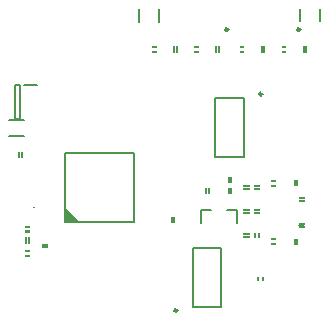
<source format=gbo>
G04*
G04 #@! TF.GenerationSoftware,Altium Limited,Altium Designer,23.8.1 (32)*
G04*
G04 Layer_Color=32896*
%FSLAX44Y44*%
%MOMM*%
G71*
G04*
G04 #@! TF.SameCoordinates,63047707-2AD3-47D3-9D9A-8CE44674FD2A*
G04*
G04*
G04 #@! TF.FilePolarity,Positive*
G04*
G01*
G75*
%ADD11C,0.2000*%
%ADD13C,0.0254*%
%ADD14C,0.1524*%
%ADD91C,0.2500*%
%ADD92C,0.1000*%
G36*
X47371Y67818D02*
X44069D01*
X44069Y68707D01*
X47371D01*
X47371Y67818D01*
D02*
G37*
G36*
X11811D02*
X8509D01*
X8509Y68707D01*
X11811D01*
X11811Y67818D01*
D02*
G37*
G36*
X-26543D02*
X-29845D01*
X-29845Y68707D01*
X-26543D01*
X-26543Y67818D01*
D02*
G37*
G36*
X-62103D02*
X-65405D01*
X-65405Y68707D01*
X-62103D01*
X-62103Y67818D01*
D02*
G37*
G36*
X65151Y64008D02*
X64262D01*
Y68580D01*
X65151D01*
Y64008D01*
D02*
G37*
G36*
X62738D02*
X61849D01*
Y68580D01*
X62738D01*
Y64008D01*
D02*
G37*
G36*
X29591D02*
X28702D01*
Y68580D01*
X29591D01*
Y64008D01*
D02*
G37*
G36*
X27178D02*
X26289D01*
Y68580D01*
X27178D01*
Y64008D01*
D02*
G37*
G36*
X-8763D02*
X-9652D01*
Y68580D01*
X-8763D01*
Y64008D01*
D02*
G37*
G36*
X-11176D02*
X-12065D01*
Y68580D01*
X-11176D01*
Y64008D01*
D02*
G37*
G36*
X-44323D02*
X-45212D01*
Y68580D01*
X-44323D01*
Y64008D01*
D02*
G37*
G36*
X-46736D02*
X-47625D01*
Y68580D01*
X-46736D01*
Y64008D01*
D02*
G37*
G36*
X47371Y63881D02*
X44069D01*
Y64770D01*
X47371D01*
Y63881D01*
D02*
G37*
G36*
X11811D02*
X8509D01*
Y64770D01*
X11811D01*
Y63881D01*
D02*
G37*
G36*
X-26543D02*
X-29845D01*
Y64770D01*
X-26543D01*
Y63881D01*
D02*
G37*
G36*
X-62103D02*
X-65405D01*
Y64770D01*
X-62103D01*
Y63881D01*
D02*
G37*
G36*
X-175895Y-25146D02*
X-176784D01*
Y-20574D01*
X-175895D01*
Y-25146D01*
D02*
G37*
G36*
X-178308D02*
X-179197D01*
Y-20574D01*
X-178308D01*
Y-25146D01*
D02*
G37*
G36*
X38481Y-45466D02*
X35179D01*
Y-44577D01*
X38481D01*
Y-45466D01*
D02*
G37*
G36*
X1651Y-46736D02*
X762D01*
Y-42164D01*
X1651D01*
Y-46736D01*
D02*
G37*
G36*
X-762D02*
X-1651D01*
Y-42164D01*
X-762D01*
Y-46736D01*
D02*
G37*
G36*
X57531Y-49276D02*
X56642D01*
Y-44704D01*
X57531D01*
Y-49276D01*
D02*
G37*
G36*
X55118D02*
X54229D01*
Y-44704D01*
X55118D01*
Y-49276D01*
D02*
G37*
G36*
X38481Y-49403D02*
X35179D01*
X35179Y-48514D01*
X38481D01*
X38481Y-49403D01*
D02*
G37*
G36*
X25146Y-50038D02*
X20574D01*
Y-49149D01*
X25146D01*
Y-50038D01*
D02*
G37*
G36*
X16256D02*
X11684D01*
Y-49149D01*
X16256D01*
Y-50038D01*
D02*
G37*
G36*
X25146Y-52451D02*
X20574D01*
Y-51562D01*
X25146D01*
Y-52451D01*
D02*
G37*
G36*
X16256D02*
X11684D01*
Y-51562D01*
X16256D01*
Y-52451D01*
D02*
G37*
G36*
X1651Y-55626D02*
X762D01*
Y-51054D01*
X1651D01*
Y-55626D01*
D02*
G37*
G36*
X-762D02*
X-1651D01*
Y-51054D01*
X-762D01*
Y-55626D01*
D02*
G37*
G36*
X-17399D02*
X-18288D01*
Y-51054D01*
X-17399D01*
Y-55626D01*
D02*
G37*
G36*
X-19812D02*
X-20701D01*
Y-51054D01*
X-19812D01*
Y-55626D01*
D02*
G37*
G36*
X63246Y-60198D02*
X58674D01*
Y-59309D01*
X63246D01*
Y-60198D01*
D02*
G37*
G36*
Y-62611D02*
X58674D01*
Y-61722D01*
X63246D01*
Y-62611D01*
D02*
G37*
G36*
X25146Y-70358D02*
X20574D01*
Y-69469D01*
X25146D01*
Y-70358D01*
D02*
G37*
G36*
X16256D02*
X11684D01*
Y-69469D01*
X16256D01*
Y-70358D01*
D02*
G37*
G36*
X25146Y-72771D02*
X20574D01*
Y-71882D01*
X25146D01*
Y-72771D01*
D02*
G37*
G36*
X16256D02*
X11684D01*
Y-71882D01*
X16256D01*
Y-72771D01*
D02*
G37*
G36*
X-127000Y-80010D02*
X-139700D01*
Y-67310D01*
X-127000Y-80010D01*
D02*
G37*
G36*
X-46609Y-80518D02*
X-47498D01*
Y-75946D01*
X-46609D01*
Y-80518D01*
D02*
G37*
G36*
X-49022D02*
X-49911D01*
Y-75946D01*
X-49022D01*
Y-80518D01*
D02*
G37*
G36*
X63246Y-81788D02*
X58674D01*
Y-80899D01*
X63246D01*
Y-81788D01*
D02*
G37*
G36*
Y-84201D02*
X58674D01*
Y-83312D01*
X63246D01*
Y-84201D01*
D02*
G37*
G36*
X-170053Y-84328D02*
X-173355D01*
Y-83439D01*
X-170053D01*
Y-84328D01*
D02*
G37*
G36*
Y-88265D02*
X-173355D01*
X-173355Y-87376D01*
X-170053D01*
X-170053Y-88265D01*
D02*
G37*
G36*
X16256Y-90678D02*
X11684D01*
Y-89789D01*
X16256D01*
Y-90678D01*
D02*
G37*
G36*
X25273Y-93091D02*
X24384D01*
Y-89789D01*
X25273D01*
Y-93091D01*
D02*
G37*
G36*
X21336Y-89789D02*
Y-93091D01*
X20447Y-93091D01*
Y-89789D01*
X21336Y-89789D01*
D02*
G37*
G36*
X16256Y-93091D02*
X11684D01*
Y-92202D01*
X16256D01*
Y-93091D01*
D02*
G37*
G36*
X38481Y-94996D02*
X35179D01*
Y-94107D01*
X38481D01*
Y-94996D01*
D02*
G37*
G36*
X-170053Y-97790D02*
X-170942D01*
Y-93218D01*
X-170053D01*
Y-97790D01*
D02*
G37*
G36*
X-172466D02*
X-173355D01*
Y-93218D01*
X-172466D01*
Y-97790D01*
D02*
G37*
G36*
X57531Y-98806D02*
X56642D01*
Y-94234D01*
X57531D01*
Y-98806D01*
D02*
G37*
G36*
X55118D02*
X54229D01*
Y-94234D01*
X55118D01*
Y-98806D01*
D02*
G37*
G36*
X38481Y-98933D02*
X35179D01*
X35179Y-98044D01*
X38481D01*
X38481Y-98933D01*
D02*
G37*
G36*
X-154432Y-99314D02*
X-159004D01*
Y-98425D01*
X-154432D01*
Y-99314D01*
D02*
G37*
G36*
Y-101727D02*
X-159004D01*
Y-100838D01*
X-154432D01*
Y-101727D01*
D02*
G37*
G36*
X-170053Y-105156D02*
X-173355D01*
Y-104267D01*
X-170053D01*
Y-105156D01*
D02*
G37*
G36*
Y-109093D02*
X-173355D01*
X-173355Y-108204D01*
X-170053D01*
X-170053Y-109093D01*
D02*
G37*
G36*
X28321Y-129667D02*
X27432D01*
Y-126365D01*
X28321D01*
Y-129667D01*
D02*
G37*
G36*
X24384Y-126365D02*
Y-129667D01*
X23495Y-129667D01*
Y-126365D01*
X24384Y-126365D01*
D02*
G37*
D11*
X-174078Y36082D02*
X-163078D01*
X-177578Y6582D02*
Y35582D01*
X-181578Y6582D02*
X-177578D01*
X-181578D02*
Y35582D01*
X-177578D01*
X-186702Y-7258D02*
X-173978D01*
X-186702Y6242D02*
X-173978D01*
X12000Y-25000D02*
Y25000D01*
X-12000Y-25000D02*
Y25000D01*
X12000D01*
X-12000Y-25000D02*
X12000D01*
X-76318Y89511D02*
Y99972D01*
X-59318Y89511D02*
Y99972D01*
X76572Y90020D02*
Y100480D01*
X59572Y90020D02*
Y100480D01*
X-24390Y-69740D02*
X-15890D01*
X-24390Y-80740D02*
Y-69740D01*
X-1890D02*
X6610D01*
Y-80740D02*
Y-69740D01*
X-31050Y-152000D02*
Y-102000D01*
X-7050Y-152000D02*
Y-102000D01*
X-31050Y-152000D02*
X-7050D01*
X-31050Y-102000D02*
X-7050D01*
D13*
X25146Y-52451D02*
Y-51562D01*
X20574Y-52451D02*
Y-51562D01*
X25146D01*
X20574Y-52451D02*
X25146D01*
X20574Y-49149D02*
X25146D01*
X20574Y-50038D02*
X25146D01*
Y-49149D01*
X20574Y-50038D02*
Y-49149D01*
X16256Y-52451D02*
Y-51562D01*
X11684Y-52451D02*
Y-51562D01*
X16256D01*
X11684Y-52451D02*
X16256D01*
X11684Y-49149D02*
X16256D01*
X11684Y-50038D02*
X16256D01*
Y-49149D01*
X11684Y-50038D02*
Y-49149D01*
X28321Y-129667D02*
Y-126365D01*
X27432D02*
X28321D01*
X27432Y-129667D02*
Y-126365D01*
Y-129667D02*
X28321D01*
X23495Y-126365D02*
X24384Y-126365D01*
Y-129667D02*
Y-126365D01*
X23495Y-129667D02*
X24384Y-129667D01*
X23495Y-129667D02*
Y-126365D01*
X-173355Y-83439D02*
X-170053D01*
X-173355Y-84328D02*
Y-83439D01*
Y-84328D02*
X-170053D01*
Y-83439D01*
X-173355Y-88265D02*
X-173355Y-87376D01*
X-170053D01*
X-170053Y-88265D01*
X-173355D02*
X-170053D01*
X-179197Y-25146D02*
X-178308D01*
X-179197Y-20574D02*
X-178308D01*
Y-25146D02*
Y-20574D01*
X-179197Y-25146D02*
Y-20574D01*
X-175895Y-25146D02*
Y-20574D01*
X-176784Y-25146D02*
Y-20574D01*
Y-25146D02*
X-175895D01*
X-176784Y-20574D02*
X-175895D01*
X-49911Y-80518D02*
X-49022D01*
X-49911Y-75946D02*
X-49022D01*
Y-80518D02*
Y-75946D01*
X-49911Y-80518D02*
Y-75946D01*
X-46609Y-80518D02*
Y-75946D01*
X-47498Y-80518D02*
Y-75946D01*
Y-80518D02*
X-46609D01*
X-47498Y-75946D02*
X-46609D01*
X-159004Y-99314D02*
Y-98425D01*
X-154432Y-99314D02*
Y-98425D01*
X-159004Y-99314D02*
X-154432D01*
X-159004Y-98425D02*
X-154432D01*
X-159004Y-101727D02*
X-154432D01*
X-159004Y-100838D02*
X-154432D01*
X-159004Y-101727D02*
Y-100838D01*
X-154432Y-101727D02*
Y-100838D01*
X-29845Y68707D02*
X-26543D01*
X-29845D02*
X-29845Y67818D01*
X-26543D01*
X-26543Y68707D01*
X-29845Y63881D02*
Y64770D01*
X-26543D01*
Y63881D02*
Y64770D01*
X-29845Y63881D02*
X-26543D01*
X-65405Y68707D02*
X-62103D01*
X-65405D02*
X-65405Y67818D01*
X-62103D01*
X-62103Y68707D01*
X-65405Y63881D02*
Y64770D01*
X-62103D01*
Y63881D02*
Y64770D01*
X-65405Y63881D02*
X-62103D01*
X44069Y68707D02*
X47371D01*
X44069D02*
X44069Y67818D01*
X47371D01*
X47371Y68707D01*
X44069Y63881D02*
Y64770D01*
X47371D01*
Y63881D02*
Y64770D01*
X44069Y63881D02*
X47371D01*
X8509Y68707D02*
X11811D01*
X8509D02*
X8509Y67818D01*
X11811D01*
X11811Y68707D01*
X8509Y63881D02*
Y64770D01*
X11811D01*
Y63881D02*
Y64770D01*
X8509Y63881D02*
X11811D01*
X-12065Y64008D02*
X-11176D01*
X-12065Y68580D02*
X-11176D01*
Y64008D02*
Y68580D01*
X-12065Y64008D02*
Y68580D01*
X-8763Y64008D02*
Y68580D01*
X-9652Y64008D02*
Y68580D01*
Y64008D02*
X-8763D01*
X-9652Y68580D02*
X-8763D01*
X-47625Y64008D02*
X-46736D01*
X-47625Y68580D02*
X-46736D01*
Y64008D02*
Y68580D01*
X-47625Y64008D02*
Y68580D01*
X-44323Y64008D02*
Y68580D01*
X-45212Y64008D02*
Y68580D01*
Y64008D02*
X-44323D01*
X-45212Y68580D02*
X-44323D01*
X61849Y64008D02*
X62738D01*
X61849Y68580D02*
X62738D01*
Y64008D02*
Y68580D01*
X61849Y64008D02*
Y68580D01*
X65151Y64008D02*
Y68580D01*
X64262Y64008D02*
Y68580D01*
Y64008D02*
X65151D01*
X64262Y68580D02*
X65151D01*
X28702D02*
X29591D01*
X28702Y64008D02*
X29591D01*
X28702D02*
Y68580D01*
X29591Y64008D02*
Y68580D01*
X26289Y64008D02*
Y68580D01*
X27178Y64008D02*
Y68580D01*
X26289D02*
X27178D01*
X26289Y64008D02*
X27178D01*
X-173355Y-109093D02*
X-170053D01*
X-170053Y-108204D02*
X-170053Y-109093D01*
X-173355Y-108204D02*
X-170053D01*
X-173355Y-109093D02*
X-173355Y-108204D01*
X-170053Y-105156D02*
Y-104267D01*
X-173355Y-105156D02*
X-170053D01*
X-173355D02*
Y-104267D01*
X-170053D01*
X56642Y-94234D02*
X57531D01*
X56642Y-98806D02*
X57531D01*
X56642D02*
Y-94234D01*
X57531Y-98806D02*
Y-94234D01*
X54229Y-98806D02*
Y-94234D01*
X55118Y-98806D02*
Y-94234D01*
X54229D02*
X55118D01*
X54229Y-98806D02*
X55118D01*
X-170942Y-93218D02*
X-170053D01*
X-170942Y-97790D02*
X-170053D01*
X-170942D02*
Y-93218D01*
X-170053Y-97790D02*
Y-93218D01*
X-173355Y-97790D02*
Y-93218D01*
X-172466Y-97790D02*
Y-93218D01*
X-173355D02*
X-172466D01*
X-173355Y-97790D02*
X-172466D01*
X-1651Y-46736D02*
X-762D01*
X-1651Y-42164D02*
X-762D01*
Y-46736D02*
Y-42164D01*
X-1651Y-46736D02*
Y-42164D01*
X1651Y-46736D02*
Y-42164D01*
X762Y-46736D02*
Y-42164D01*
Y-46736D02*
X1651D01*
X762Y-42164D02*
X1651D01*
X-1651Y-55626D02*
X-762D01*
X-1651Y-51054D02*
X-762D01*
Y-55626D02*
Y-51054D01*
X-1651Y-55626D02*
Y-51054D01*
X1651Y-55626D02*
Y-51054D01*
X762Y-55626D02*
Y-51054D01*
Y-55626D02*
X1651D01*
X762Y-51054D02*
X1651D01*
X-20701Y-55626D02*
X-19812D01*
X-20701Y-51054D02*
X-19812D01*
Y-55626D02*
Y-51054D01*
X-20701Y-55626D02*
Y-51054D01*
X-17399Y-55626D02*
Y-51054D01*
X-18288Y-55626D02*
Y-51054D01*
Y-55626D02*
X-17399D01*
X-18288Y-51054D02*
X-17399D01*
X16256Y-72771D02*
Y-71882D01*
X11684Y-72771D02*
Y-71882D01*
X16256D01*
X11684Y-72771D02*
X16256D01*
X11684Y-69469D02*
X16256D01*
X11684Y-70358D02*
X16256D01*
Y-69469D01*
X11684Y-70358D02*
Y-69469D01*
X25146Y-72771D02*
Y-71882D01*
X20574Y-72771D02*
Y-71882D01*
X25146D01*
X20574Y-72771D02*
X25146D01*
X20574Y-69469D02*
X25146D01*
X20574Y-70358D02*
X25146D01*
Y-69469D01*
X20574Y-70358D02*
Y-69469D01*
X63246Y-62611D02*
Y-61722D01*
X58674Y-62611D02*
Y-61722D01*
X63246D01*
X58674Y-62611D02*
X63246D01*
X58674Y-59309D02*
X63246D01*
X58674Y-60198D02*
X63246D01*
Y-59309D01*
X58674Y-60198D02*
Y-59309D01*
X63246Y-84201D02*
Y-83312D01*
X58674Y-84201D02*
Y-83312D01*
X63246D01*
X58674Y-84201D02*
X63246D01*
X58674Y-80899D02*
X63246D01*
X58674Y-81788D02*
X63246D01*
Y-80899D01*
X58674Y-81788D02*
Y-80899D01*
X54229Y-49276D02*
X55118D01*
X54229Y-44704D02*
X55118D01*
Y-49276D02*
Y-44704D01*
X54229Y-49276D02*
Y-44704D01*
X57531Y-49276D02*
Y-44704D01*
X56642Y-49276D02*
Y-44704D01*
Y-49276D02*
X57531D01*
X56642Y-44704D02*
X57531D01*
X35179Y-49403D02*
X38481D01*
X38481Y-48514D02*
X38481Y-49403D01*
X35179Y-48514D02*
X38481D01*
X35179Y-49403D02*
X35179Y-48514D01*
X38481Y-45466D02*
Y-44577D01*
X35179Y-45466D02*
X38481D01*
X35179D02*
Y-44577D01*
X38481D01*
X20447Y-93091D02*
Y-89789D01*
Y-93091D02*
X21336Y-93091D01*
Y-89789D01*
X20447Y-89789D02*
X21336Y-89789D01*
X24384Y-93091D02*
X25273D01*
X24384D02*
Y-89789D01*
X25273D01*
Y-93091D02*
Y-89789D01*
X16256Y-93091D02*
Y-92202D01*
X11684Y-93091D02*
Y-92202D01*
X16256D01*
X11684Y-93091D02*
X16256D01*
X11684Y-89789D02*
X16256D01*
X11684Y-90678D02*
X16256D01*
Y-89789D01*
X11684Y-90678D02*
Y-89789D01*
X35179Y-98933D02*
X38481D01*
X38481Y-98044D02*
X38481Y-98933D01*
X35179Y-98044D02*
X38481D01*
X35179Y-98933D02*
X35179Y-98044D01*
X38481Y-94996D02*
Y-94107D01*
X35179Y-94996D02*
X38481D01*
X35179D02*
Y-94107D01*
X38481D01*
D14*
X-139700Y-80010D02*
Y-21590D01*
X-81280Y-21590D02*
X-81280Y-80010D01*
X-139700D02*
X-81280D01*
X-139700Y-21590D02*
X-81280Y-21590D01*
D91*
X27750Y28050D02*
G03*
X27750Y28050I-1250J0D01*
G01*
X61660Y-83120D02*
G03*
X61660Y-83120I-1250J0D01*
G01*
X-1180Y82720D02*
G03*
X-1180Y82720I-1250J0D01*
G01*
X-44300Y-155050D02*
G03*
X-44300Y-155050I-1250J0D01*
G01*
X59780Y82720D02*
G03*
X59780Y82720I-1250J0D01*
G01*
D92*
X-165086Y-68134D02*
G03*
X-166086Y-68134I-500J0D01*
G01*
D02*
G03*
X-165086Y-68134I500J0D01*
G01*
M02*

</source>
